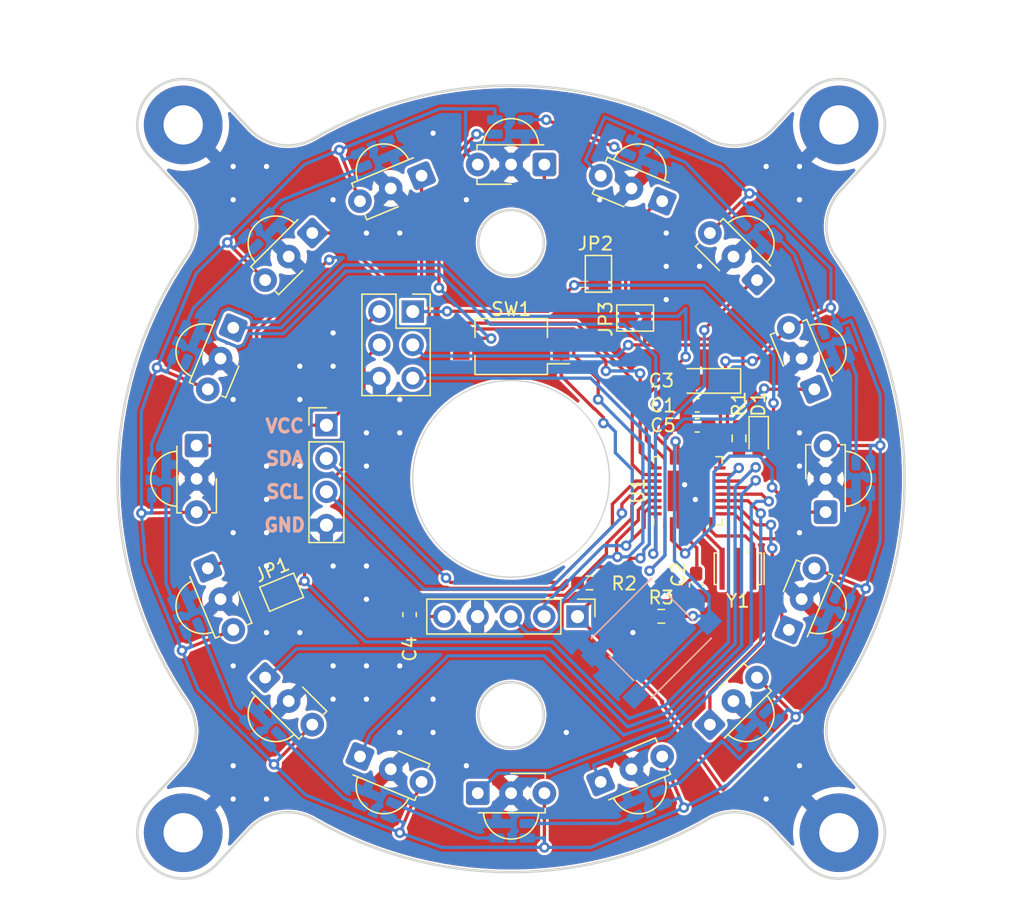
<source format=kicad_pcb>
(kicad_pcb (version 20211014) (generator pcbnew)
  (layers (0 "F.Cu" signal) (31 "B.Cu" signal) (34 "B.Paste" user) (35 "F.Paste" user) (36 "B.SilkS" user "B.Silkscreen") (37 "F.SilkS" user "F.Silkscreen") (38 "B.Mask" user) (39 "F.Mask" user) (44 "Edge.Cuts" user))
  (net 0 "")
  (net 1 "GND")
  (net 2 "+5V")
  (net 3 "RES")
  (net 4 "RST")
  (net 5 "Net-(D1-Pad2)")
  (net 6 "TX")
  (net 7 "RX")
  (net 8 "MISO")
  (net 9 "SCK")
  (net 10 "MOSI")
  (net 11 "SDA")
  (net 12 "SCL")
  (net 13 "D11")
  (net 14 "D0")
  (net 15 "D1")
  (net 16 "D3")
  (net 17 "D4")
  (net 18 "Net-(U1-Pad7)")
  (net 19 "Net-(U1-Pad8)")
  (net 20 "D5")
  (net 21 "D6")
  (net 22 "D7")
  (net 23 "D8")
  (net 24 "D9")
  (net 25 "D10")
  (net 26 "A6")
  (net 27 "A7")
  (net 28 "A0")
  (net 29 "A1")
  (net 30 "A2")
  (net 31 "A3")
  (net 32 "D2")
  (net 33 "Net-(C5-Pad2)")
  (net 34 "Net-(D2-Pad2)")
  (net 35 "Net-(D3-Pad2)")
  (net 36 "Net-(D4-Pad2)")
  (net 37 "Net-(D5-Pad2)")
  (net 38 "Net-(D6-Pad2)")
  (net 39 "Net-(D7-Pad2)")
  (net 40 "Net-(D8-Pad2)")
  (net 41 "Net-(D10-Pad4)")
  (net 42 "Net-(D10-Pad2)")
  (net 43 "Net-(D11-Pad2)")
  (net 44 "Net-(D12-Pad2)")
  (net 45 "Net-(D13-Pad2)")
  (net 46 "Net-(D14-Pad2)")
  (net 47 "Net-(D15-Pad2)")
  (net 48 "Net-(D16-Pad2)")
  (net 50 "D13")
  (net 51 "D12")
  (footprint "OptoDevice:Vishay_MINICAST-3Pin" (layer "F.Cu") (at 72.090369 155.602472 45)
    (fp_text reference "U8")
    (fp_text value "TSSP4038SS1XB")
  )
  (footprint "OptoDevice:Vishay_MINICAST-3Pin" (layer "F.Cu") (at 33.803352 143.680094 -67.5)
    (fp_text reference "U13")
    (fp_text value "TSSP4038SS1XB")
  )
  (footprint "OptoDevice:Vishay_MINICAST-3Pin" (layer "F.Cu") (at 32.95 134.31 -90)
    (fp_text reference "U14")
    (fp_text value "TSSP4038SS1XB")
  )
  (footprint "OptoDevice:Vishay_MINICAST-3Pin" (layer "F.Cu") (at 35.747385 125.326597 -112.5)
    (fp_text reference "U15")
    (fp_text value "TSSP4038SS1XB")
  )
  (footprint "TestPoint:TestPoint_Plated_Hole_D3.0mm" (layer "F.Cu") (at 81.93 109.85)
    (fp_text reference "TP3" hide)
    (fp_text value "TestPoint")
  )
  (footprint "Resistor_SMD:R_0603_1608Metric_Pad0.98x0.95mm_HandSolder" (layer "F.Cu") (at 74.31 133.76 90)
    (fp_text reference "R1")
    (fp_text value "330R")
  )
  (footprint "OptoDevice:Vishay_MINICAST-3Pin" (layer "F.Cu") (at 68.453403 115.667385 157.5)
    (fp_text reference "U3")
    (fp_text value "TSSP4038SS1XB")
  )
  (footprint "Connector_PinSocket_2.54mm:PinSocket_2x03_P2.54mm_Vertical" (layer "F.Cu") (at 49.43 124.09)
    (fp_text reference "J2" hide)
    (fp_text value "Conn_02x03_Odd_Even")
  )
  (footprint "Jumper:SolderJumper-2_P1.3mm_Open_TrianglePad1.0x1.5mm" (layer "F.Cu") (at 66.39 124.58)
    (fp_text reference "JP3")
    (fp_text value "SolderJumper_2_Open")
  )
  (footprint "TestPoint:TestPoint_Plated_Hole_D3.0mm" (layer "F.Cu") (at 81.93 163.85)
    (fp_text reference "TP2" hide)
    (fp_text value "TestPoint")
  )
  (footprint "Resistor_SMD:R_0603_1608Metric_Pad0.98x0.95mm_HandSolder" (layer "F.Cu") (at 62.91 144.79 180)
    (fp_text reference "R2")
    (fp_text value "10k")
  )
  (footprint "TestPoint:TestPoint_Plated_Hole_D3.0mm" (layer "F.Cu") (at 31.93 163.85)
    (fp_text reference "TP4" hide)
    (fp_text value "TestPoint")
  )
  (footprint "Capacitor_SMD:C_0603_1608Metric_Pad1.08x0.95mm_HandSolder" (layer "F.Cu") (at 49.19 147.21 -90)
    (fp_text reference "C4")
    (fp_text value "0.1uF")
  )
  (footprint "TestPoint:TestPoint_Plated_Hole_D3.0mm" (layer "F.Cu") (at 31.93 109.85)
    (fp_text reference "TP1" hide)
    (fp_text value "TestPoint")
  )
  (footprint "Resistor_SMD:R_0603_1608Metric_Pad0.98x0.95mm_HandSolder" (layer "F.Cu") (at 68.38 147.34)
    (fp_text reference "R3")
    (fp_text value "10k")
  )
  (footprint "OptoDevice:Vishay_MINICAST-3Pin" (layer "F.Cu") (at 59.47 112.87 180)
    (fp_text reference "U2")
    (fp_text value "TSSP4038SS1XB")
  )
  (footprint "Capacitor_SMD:C_0603_1608Metric_Pad1.08x0.95mm_HandSolder" (layer "F.Cu") (at 71.12 131.24)
    (fp_text reference "C1")
    (fp_text value "0.1uF")
  )
  (footprint "OptoDevice:Vishay_MINICAST-3Pin" (layer "F.Cu") (at 80.056648 130.019906 112.5)
    (fp_text reference "U5")
    (fp_text value "TSSP4038SS1XB")
  )
  (footprint "Capacitor_SMD:C_0603_1608Metric_Pad1.08x0.95mm_HandSolder" (layer "F.Cu") (at 71.04 144.95 90)
    (fp_text reference "C2")
    (fp_text value "0.1uF")
  )
  (footprint "Connector_PinHeader_2.54mm:PinHeader_1x04_P2.54mm_Vertical" (layer "F.Cu") (at 42.85 132.76)
    (fp_text reference "J3" hide)
    (fp_text value "I2c")
  )
  (footprint "OptoDevice:Vishay_MINICAST-3Pin" (layer "F.Cu") (at 41.769631 118.097528 -135)
    (fp_text reference "U16")
    (fp_text value "TSSP4038SS1XB")
  )
  (footprint "OptoDevice:Vishay_MINICAST-3Pin" (layer "F.Cu") (at 45.406597 158.032615 -22.5)
    (fp_text reference "U11")
    (fp_text value "TSSP4038SS1XB")
  )
  (footprint "OptoDevice:Vishay_MINICAST-3Pin" (layer "F.Cu") (at 38.177528 152.010369 -45)
    (fp_text reference "U12")
    (fp_text value "TSSP4038SS1XB")
  )
  (footprint "OptoDevice:Vishay_MINICAST-3Pin" (layer "F.Cu") (at 80.91 139.39 90)
    (fp_text reference "U6")
    (fp_text value "TSSP4038SS1XB")
  )
  (footprint "Connector_PinHeader_2.54mm:PinHeader_1x05_P2.54mm_Vertical" (layer "F.Cu") (at 61.995 147.36 -90)
    (fp_text reference "J1" hide)
    (fp_text value "Conn_01x05_Male")
  )
  (footprint "OptoDevice:Vishay_MINICAST-3Pin" (layer "F.Cu") (at 78.112615 148.373403 67.5)
    (fp_text reference "U7")
    (fp_text value "TSSP4038SS1XB")
  )
  (footprint "OptoDevice:Vishay_MINICAST-3Pin" (layer "F.Cu") (at 54.39 160.83)
    (fp_text reference "U10")
    (fp_text value "TSSP4038SS1XB")
  )
  (footprint "Button_Switch_SMD:SW_DIP_SPSTx02_Slide_KingTek_DSHP02TS_W7.62mm_P1.27mm" (layer "F.Cu") (at 56.94 126.76 180)
    (fp_text reference "SW1")
    (fp_text value "SW_DIP_x02")
  )
  (footprint "Jumper:SolderJumper-2_P1.3mm_Open_TrianglePad1.0x1.5mm" (layer "F.Cu") (at 39.43 145.5 22.5)
    (fp_text reference "JP1")
    (fp_text value "SolderJumper_2_Open")
  )
  (footprint "Capacitor_SMD:C_0603_1608Metric_Pad1.08x0.95mm_HandSolder" (layer "F.Cu") (at 71.12 132.77)
    (fp_text reference "C5")
    (fp_text value "0.1uF")
  )
  (footprint "Jumper:SolderJumper-2_P1.3mm_Open_TrianglePad1.0x1.5mm" (layer "F.Cu") (at 63.59 121.21 -90)
    (fp_text reference "JP2")
    (fp_text value "SolderJumper_2_Open")
  )
  (footprint "Package_DFN_QFN:QFN-32-1EP_5x5mm_P0.5mm_EP3.1x3.1mm" (layer "F.Cu") (at 70.41 137.77 90)
    (fp_text reference "U1")
    (fp_text value "ATmega328P-M")
  )
  (footprint "OptoDevice:Vishay_MINICAST-3Pin" (layer "F.Cu") (at 50.099906 113.723353 -157.5)
    (fp_text reference "U17")
    (fp_text value "TSSP4038SS1XB")
  )
  (footprint "OptoDevice:Vishay_MINICAST-3Pin" (layer "F.Cu") (at 63.760094 159.976648 22.5)
    (fp_text reference "U9")
    (fp_text value "TSSP4038SS1XB")
  )
  (footprint "LED_SMD:LED_0603_1608Metric_Pad1.05x0.95mm_HandSolder" (layer "F.Cu") (at 75.81 133.76 -90)
    (fp_text reference "D1")
    (fp_text value "LED")
  )
  (footprint "Capacitor_Tantalum_SMD:CP_EIA-3216-18_Kemet-A_Pad1.58x1.35mm_HandSolder" (layer "F.Cu") (at 71.95 129.38 180)
    (fp_text reference "C3")
    (fp_text value "47uF")
  )
  (footprint "OptoDevice:Vishay_MINICAST-3Pin" (layer "F.Cu") (at 75.682472 121.689631 135)
    (fp_text reference "U4")
    (fp_text value "TSSP4038SS1XB")
  )
  (footprint "Crystal:Resonator_SMD_Murata_CSTxExxV-3Pin_3.0x1.1mm_HandSoldering" (layer "F.Cu") (at 74.22 143.71 180)
    (fp_text reference "Y1")
    (fp_text value "Resonator")
  )
  (footprint "LED_SMD:WS2812" (layer "B.Cu") (at 83.73 136.814999 90)
    (fp_text reference "D6")
    (fp_text value "WS2812B")
  )
  (footprint "LED_SMD:WS2812" (layer "B.Cu") (at 56.964999 163.649998)
    (fp_text reference "D10")
    (fp_text value "WS2812B")
  )
  (footprint "LED_SMD:WS2812" (layer "B.Cu") (at 38.004287 155.825209 -45)
    (fp_text reference "D12")
    (fp_text value "WS2812B")
  )
  (footprint "LED_SMD:WS2812" (layer "B.Cu") (at 46.706421 161.623365 -22.5)
    (fp_text reference "D11")
    (fp_text value "WS2812B")
  )
  (footprint "LED_SMD:WS2812" (layer "B.Cu") (at 37.954791 117.924287 -135)
    (fp_text reference "D16")
    (fp_text value "WS2812B")
  )
  (footprint "LED_SMD:WS2812" (layer "B.Cu") (at 32.183423 147.138253 -67.5)
    (fp_text reference "D13")
    (fp_text value "WS2812B")
  )
  (footprint "LED_SMD:WS2812" (layer "B.Cu") (at 67.153581 112.076635 157.5)
    (fp_text reference "D3")
    (fp_text value "WS2812B")
  )
  (footprint "LED_SMD:WS2812" (layer "B.Cu") (at 81.703364 147.073581 67.5)
    (fp_text reference "D7")
    (fp_text value "WS2812B")
  )
  (footprint "LED_SMD:WS2812" (layer "B.Cu") (at 56.895 110.05 180)
    (fp_text reference "D2")
    (fp_text value "WS2812B")
  )
  (footprint "Button_Switch_SMD:SW_SPST_PTS645" (layer "B.Cu") (at 67.62 149.02 45)
    (fp_text reference "SW2" hide)
    (fp_text value "SW_SPST" hide)
  )
  (footprint "LED_SMD:WS2812" (layer "B.Cu") (at 67.21825 161.596577 22.5)
    (fp_text reference "D9")
    (fp_text value "WS2812B")
  )
  (footprint "LED_SMD:WS2812" (layer "B.Cu") (at 81.676577 126.561749 112.5)
    (fp_text reference "D5")
    (fp_text value "WS2812B")
  )
  (footprint "LED_SMD:WS2812" (layer "B.Cu") (at 75.855713 117.874789 135)
    (fp_text reference "D4")
    (fp_text value "WS2812B")
  )
  (footprint "LED_SMD:WS2812" (layer "B.Cu") (at 32.156635 126.626421 -112.5)
    (fp_text reference "D15")
    (fp_text value "WS2812B")
  )
  (footprint "LED_SMD:WS2812" (layer "B.Cu") (at 46.641747 112.103423 -157.5)
    (fp_text reference "D17")
    (fp_text value "WS2812B")
  )
  (footprint "LED_SMD:WS2812" (layer "B.Cu") (at 75.905211 155.775712 45)
    (fp_text reference "D8")
    (fp_text value "WS2812B")
  )
  (footprint "LED_SMD:WS2812" (layer "B.Cu") (at 30.130002 136.884999 -90)
    (fp_text reference "D14")
    (fp_text value "WS2812B")
  )
  (gr_arc (start 79.361838 107.472072) (mid 84.307928 107.281838) (end 84.498162 112.227928) (layer "Edge.Cuts") (width 0.2))
  (gr_circle (center 56.93 118.84) (end 59.43 118.84) (layer "Edge.Cuts") (width 0.2) (fill none))
  (gr_arc (start 81.665935 119.875504) (mid 86.93 136.85) (end 81.665935 153.824496) (layer "Edge.Cuts") (width 0.2))
  (gr_line (start 79.361838 107.472072) (end 76.892692 110.138749) (layer "Edge.Cuts") (width 0.2))
  (gr_circle (center 56.93 154.86) (end 54.43 154.86) (layer "Edge.Cuts") (width 0.2) (fill none))
  (gr_arc (start 34.498162 166.227928) (mid 29.552072 166.418162) (end 29.361838 161.472072) (layer "Edge.Cuts") (width 0.2))
  (gr_arc (start 71.954397 162.816661) (mid 74.554023 162.323591) (end 76.892692 163.561251) (layer "Edge.Cuts") (width 0.2))
  (gr_line (start 31.830983 158.805395) (end 29.361838 161.472072) (layer "Edge.Cuts") (width 0.2))
  (gr_arc (start 82.029017 158.805395) (mid 80.974645 156.37857) (end 81.665935 153.824496) (layer "Edge.Cuts") (width 0.2))
  (gr_arc (start 84.498162 161.472072) (mid 84.307928 166.418162) (end 79.361838 166.227928) (layer "Edge.Cuts") (width 0.2))
  (gr_line (start 84.498162 161.472072) (end 82.029017 158.805395) (layer "Edge.Cuts") (width 0.2))
  (gr_arc (start 76.892692 110.138749) (mid 74.554023 111.376409) (end 71.954397 110.883339) (layer "Edge.Cuts") (width 0.2))
  (gr_line (start 34.498162 166.227928) (end 36.967308 163.561251) (layer "Edge.Cuts") (width 0.2))
  (gr_line (start 36.967308 110.138749) (end 34.498162 107.472072) (layer "Edge.Cuts") (width 0.2))
  (gr_arc (start 29.361838 112.227928) (mid 29.552072 107.281838) (end 34.498162 107.472072) (layer "Edge.Cuts") (width 0.2))
  (gr_circle (center 56.93 136.85) (end 56.93 129.35) (layer "Edge.Cuts") (width 0.1) (fill none))
  (gr_arc (start 31.830983 114.894605) (mid 32.885355 117.32143) (end 32.194065 119.875504) (layer "Edge.Cuts") (width 0.2))
  (gr_arc (start 32.194065 153.824496) (mid 32.885355 156.37857) (end 31.830983 158.805395) (layer "Edge.Cuts") (width 0.2))
  (gr_arc (start 36.967308 163.561251) (mid 39.305977 162.323591) (end 41.905603 162.816661) (layer "Edge.Cuts") (width 0.2))
  (gr_arc (start 71.954397 162.816661) (mid 56.93 166.85) (end 41.905603 162.816661) (layer "Edge.Cuts") (width 0.2))
  (gr_arc (start 41.905603 110.883339) (mid 56.93 106.85) (end 71.954397 110.883339) (layer "Edge.Cuts") (width 0.2))
  (gr_line (start 76.892692 163.561251) (end 79.361838 166.227928) (layer "Edge.Cuts") (width 0.2))
  (gr_arc (start 32.194065 153.824496) (mid 26.93 136.85) (end 32.194065 119.875504) (layer "Edge.Cuts") (width 0.2))
  (gr_line (start 29.361838 112.227928) (end 31.830983 114.894605) (layer "Edge.Cuts") (width 0.2))
  (gr_arc (start 81.665935 119.875504) (mid 80.974645 117.32143) (end 82.029017 114.894605) (layer "Edge.Cuts") (width 0.2))
  (gr_line (start 82.029017 114.894605) (end 84.498162 112.227928) (layer "Edge.Cuts") (width 0.2))
  (gr_arc (start 41.905603 110.883339) (mid 39.305977 111.376409) (end 36.967308 110.138749) (layer "Edge.Cuts") (width 0.2))
  (gr_text "SDA" (at 39.67 135.31) (layer "B.SilkS") (effects (font (size 1 1) (thickness 0.25))))
  (gr_text "VCC" (at 39.67 132.82) (layer "B.SilkS") (effects (font (size 1 1) (thickness 0.25))))
  (gr_text "SCL" (at 39.67 137.84) (layer "B.SilkS") (effects (font (size 1 1) (thickness 0.25))))
  (gr_text "GND" (at 39.67 140.38) (layer "B.SilkS") (effects (font (size 1 1) (thickness 0.25))))
  (segment (start 70.66 140.2075) (end 70.66 138.0395) (width 0.25) (layer "F.Cu") (net 1))
  (segment (start 69.66 140.2075) (end 69.66 138.52) (width 0.25) (layer "F.Cu") (net 1))
  (segment (start 70.16 137.3) (end 70.16 137.52) (width 0.25) (layer "F.Cu") (net 1))
  (segment (start 70.16 135.3325) (end 70.194501 135.297999) (width 0.25) (layer "F.Cu") (net 1))
  (segment (start 69.66 138.52) (end 70.41 137.77) (width 0.25) (layer "F.Cu") (net 1))
  (segment (start 70.16 135.3325) (end 70.16 137.3) (width 0.25) (layer "F.Cu") (net 1))
  (segment (start 70.16 137.52) (end 70.41 137.77) (width 0.25) (layer "F.Cu") (net 1))
  (segment (start 70.194501 132.832999) (end 70.2575 132.77) (width 0.25) (layer "F.Cu") (net 1))
  (segment (start 70.415 137.775) (end 70.9245 137.775) (width 0.25) (layer "F.Cu") (net 1))
  (segment (start 70.66 138.0395) (end 70.9245 137.775) (width 0.25) (layer "F.Cu") (net 1))
  (segment (start 70.41 137.77) (end 70.415 137.775) (width 0.25) (layer "F.Cu") (net 1))
  (segment (start 70.194501 135.297999) (end 70.194501 132.832999) (width 0.25) (layer "F.Cu") (net 1))
  (via (at 50.98 156.2) (size 0.8) (drill 0.4) (layers "F.Cu" "B.Cu") (net 1))
  (via (at 76.38 113.02) (size 0.8) (drill 0.4) (layers "F.Cu" "B.Cu") (net 1))
  (via (at 35.74 113.02) (size 0.8) (drill 0.4) (layers "F.Cu" "B.Cu") (net 1))
  (via (at 43.36 143.5) (size 0.8) (drill 0.4) (layers "F.Cu" "B.Cu") (net 1))
  (via (at 78.92 115.56) (size 0.8) (drill 0.4) (layers "F.Cu" "B.Cu") (net 1))
  (via (at 45.9 153.66) (size 0.8) (drill 0.4) (layers "F.Cu" "B.Cu") (net 1))
  (via (at 45.9 133.34) (size 0.8) (drill 0.4) (layers "F.Cu" "B.Cu") (net 1))
  (via (at 43.36 153.66) (size 0.8) (drill 0.4) (layers "F.Cu" "B.Cu") (net 1))
  (via (at 40.82 148.58) (size 0.8) (drill 0.4) (layers "F.Cu" "B.Cu") (net 1))
  (via (at 78.92 113.02) (size 0.8) (drill 0.4) (layers "F.Cu" "B.Cu") (net 1))
  (via (at 40.82 128.26) (size 0.8) (drill 0.4) (layers "F.Cu" "B.Cu") (net 1))
  (via (at 40.82 135.88) (size 0.8) (drill 0.4) (layers "F.Cu" "B.Cu") (net 1))
  (via (at 35.74 140.96) (size 0.8) (drill 0.4) (layers "F.Cu" "B.Cu") (net 1))
  (via (at 70.16 137.3) (size 0.8) (drill 0.4) (layers "F.Cu" "B.Cu") (net 1))
  (via (at 43.36 128.26) (size 0.8) (drill 0.4) (layers "F.Cu" "B.Cu") (net 1))
  (via (at 38.28 161.28) (size 0.8) (drill 0.4) (layers "F.Cu" "B.Cu") (net 1))
  (via (at 45.9 143.5) (size 0.8) (drill 0.4) (layers "F.Cu" "B.Cu") (net 1))
  (via (at 45.9 151.12) (size 0.8) (drill 0.4) (layers "F.Cu" "B.Cu") (net 1))
  (via (at 35.74 130.8) (size 0.8) (drill 0.4) (layers "F.Cu" "B.Cu") (net 1))
  (via (at 78.92 135.88) (size 0.8) (drill 0.4) (layers "F.Cu" "B.Cu") (net 1))
  (via (at 38.28 113.02) (size 0.8) (drill 0.4) (layers "F.Cu" "B.Cu") (net 1))
  (via (at 35.74 115.56) (size 0.8) (drill 0.4) (layers "F.Cu" "B.Cu") (net 1))
  (via (at 48.44 151.12) (size 0.8) (drill 0.4) (layers "F.Cu" "B.Cu") (net 1))
  (via (at 78.92 133.34) (size 0.8) (drill 0.4) (layers "F.Cu" "B.Cu") (net 1))
  (via (at 35.74 151.12) (size 0.8) (drill 0.4) (layers "F.Cu" "B.Cu") (net 1))
  (via (at 68.76 123.18) (size 0.8) (drill 0.4) (layers "F.Cu" "B.Cu") (net 1))
  (via (at 48.44 118.1) (size 0.8) (drill 0.4) (layers "F.Cu" "B.Cu") (net 1))
  (via (at 43.36 151.12) (size 0.8) (drill 0.4) (layers "F.Cu" "B.Cu") (net 1))
  (via (at 45.9 118.1) (size 0.8) (drill 0.4) (layers "F.Cu" "B.Cu") (net 1))
  (via (at 68.76 118.1) (size 0.8) (drill 0.4) (layers "F.Cu" "B.Cu") (net 1))
  (via (at 43.36 115.56) (size 0.8) (drill 0.4) (layers "F.Cu" "B.Cu") (net 1))
  (via (at 53.52 115.56) (size 0.8) (drill 0.4) (layers "F.Cu" "B.Cu") (net 1))
  (via (at 48.44 156.2) (size 0.8) (drill 0.4) (layers "F.Cu" "B.Cu") (net 1))
  (via (at 66.22 148.58) (size 0.8) (drill 0.4) (layers "F.Cu" "B.Cu") (net 1))
  (via (at 38.28 148.58) (size 0.8) (drill 0.4) (layers "F.Cu" "B.Cu") (net 1))
  (via (at 50.98 153.66) (size 0.8) (drill 0.4) (layers "F.Cu" "B.Cu") (net 1))
  (via (at 78.92 140.96) (size 0.8) (drill 0.4) (layers "F.Cu" "B.Cu") (net 1))
  (via (at 78.92 158.74) (size 0.8) (drill 0.4) (layers "F.Cu" "B.Cu") (net 1))
  (via (at 70.98 138.43) (size 0.8) (drill 0.4) (layers "F.Cu" "B.Cu") (net 1))
  (via (at 61.14 156.2) (size 0.8) (drill 0.4) (layers "F.Cu" "B.Cu") (net 1))
  (via (at 35.74 158.74) (size 0.8) (drill 0.4) (layers "F.Cu" "B.Cu") (net 1))
  (via (at 68.76 120.64) (size 0.8) (drill 0.4) (layers "F.Cu" "B.Cu") (net 1))
  (via (at 50.98 110.48) (size 0.8) (drill 0.4) (layers "F.Cu" "B.Cu") (net 1))
  (via (at 53.52 158.74) (size 0.8) (drill 0.4) (layers "F.Cu" "B.Cu") (net 1))
  (via (at 38.28 143.5) (size 0.8) (drill 0.4) (layers "F.Cu" "B.Cu") (net 1))
  (via (at 38.28 138.42) (size 0.8) (drill 0.4) (layers "F.Cu" "B.Cu") (net 1))
  (via (at 35.74 161.28) (size 0.8) (drill 0.4) (layers "F.Cu" "B.Cu") (net 1))
  (via (at 45.9 146.04) (size 0.8) (drill 0.4) (layers "F.Cu" "B.Cu") (net 1))
  (via (at 48.44 133.34) (size 0.8) (drill 0.4) (layers "F.Cu" "B.Cu") (net 1))
  (via (at 38.28 135.88) (size 0.8) (drill 0.4) (layers "F.Cu" "B.Cu") (net 1))
  (via (at 45.9 135.88) (size 0.8) (drill 0.4) (layers "F.Cu" "B.Cu") (net 1))
  (via (at 48.44 130.8) (size 0.8) (drill 0.4) (layers "F.Cu" "B.Cu") (net 1))
  (via (at 40.82 130.8) (size 0.8) (drill 0.4) (layers "F.Cu" "B.Cu") (net 1))
  (via (at 76.38 161.28) (size 0.8) (drill 0.4) (layers "F.Cu" "B.Cu") (net 1))
  (via (at 63.68 115.56) (size 0.8) (drill 0.4) (layers "F.Cu" "B.Cu") (net 1))
  (via (at 43.36 125.72) (size 0.8) (drill 0.4) (layers "F.Cu" "B.Cu") (net 1))
  (via (at 38.28 140.96) (size 0.8) (drill 0.4) (layers "F.Cu" "B.Cu") (net 1))
  (via (at 71.3 120.64) (size 0.8) (drill 0.4) (layers "F.Cu" "B.Cu") (net 1))
  (segment (start 68.9675 146.16) (end 71.04 144.0875) (width 0.25) (layer "F.Cu") (net 2))
  (segment (start 78.112616 125.326598) (end 75.569214 127.87) (width 0.25) (layer "F.Cu") (net 2))
  (segment (start 72.89 131.56) (end 72.57 131.24) (width 0.25) (layer "F.Cu") (net 2))
  (segment (start 38.851423 158.635445) (end 41.76963 155.602471) (width 0.25) (layer "F.Cu") (net 2))
  (segment (start 45.035 130.575) (end 42.85 132.76) (width 0.25) (layer "F.Cu") (net 2))
  (segment (start 38.177529 121.68963) (end 35.307899 118.82) (width 0.25) (layer "F.Cu") (net 2))
  (segment (start 73.08 160.57) (end 68.478947 154.011053) (width 0.25) (layer "F.Cu") (net 2))
  (segment (start 78.629132 154.957031) (end 78.629132 155.019132) (width 0.25) (layer "F.Cu") (net 2))
  (segment (start 32.95 139.39) (end 34.36 139.39) (width 0.25) (layer "F.Cu") (net 2))
  (segment (start 61.995 147.36) (end 61.995 147.235) (width 0.25) (layer "F.Cu") (net 2))
  (segment (start 63.8225 146.1325) (end 63.85 146.16) (width 0.25) (layer "F.Cu") (net 2))
  (segment (start 28.74188 139.471152) (end 32.95 139.39) (width 0.25) (layer "F.Cu") (net 2))
  (segment (start 71.16 140.2075) (end 71.16 140.98) (width 0.25) (layer "F.Cu") (net 2))
  (segment (start 37.93 134.8) (end 39.97 132.76) (width 0.25) (layer "F.Cu") (net 2))
  (segment (start 72.89 133.29) (end 72.89 131.56) (width 0.25) (layer "F.Cu") (net 2))
  (segment (start 35.747384 148.373402) (end 31.840013 149.944358) (width 0.25) (layer "F.Cu") (net 2))
  (segment (start 78.629132 155.019132) (end 73.08 160.57) (width 0.25) (layer "F.Cu") (net 2))
  (segment (start 29.92959 128.36781) (end 33.803353 130.019905) (width 0.25) (layer "F.Cu") (net 2))
  (segment (start 71.9825 131.24) (end 71.9825 130.785) (width 0.25) (layer "F.Cu") (net 2))
  (segment (start 34.36 139.39) (end 35.77 137.98) (width 0.25) (layer "F.Cu") (net 2))
  (segment (start 45.035 125.945) (end 46.89 124.09) (width 0.25) (layer "F.Cu") (net 2))
  (segment (start 75.682471 152.01037) (end 78.629132 154.957031) (width 0.25) (layer "F.Cu") (net 2))
  (segment (start 50.099905 159.976647) (end 48.44781 163.85041) (width 0.25) (layer "F.Cu") (net 2))
  (segment (start 59.47 160.83) (end 59.47 164.97) (width 0.25) (layer "F.Cu") (net 2))
  (segment (start 67.4675 146.1675) (end 67.46 146.16) (width 0.25) (layer "F.Cu") (net 2))
  (segment (start 71.16 140.98) (end 70.95 141.19) (width 0.25) (layer "F.Cu") (net 2))
  (segment (start 67.4675 147.34) (end 67.4675 146.1675) (width 0.25) (layer "F.Cu") (net 2))
  (segment (start 63.85 146.16) (end 67.46 146.16) (width 0.25) (layer "F.Cu") (net 2))
  (segment (start 71.0925 142.1225) (end 71.0925 144.035) (width 0.25) (layer "F.Cu") (net 2))
  (segment (start 63.8225 144.79) (end 63.8225 146.1325) (width 0.25) (layer "F.Cu") (net 2))
  (segment (start 78.112616 125.326598) (end 81.31 123.79) (width 0.25) (layer "F.Cu") (net 2))
  (segment (start 72.09037 118.097529) (end 75.11 115.08) (width 0.25) (layer "F.Cu") (net 2))
  (segment (start 67.46 146.16) (end 68.9675 146.16) (width 0.25) (layer "F.Cu") (net 2))
  (segment (start 70.16 141.19) (end 71.0925 142.1225) (width 0.25) (layer "F.Cu") (net 2))
  (segment (start 80.056647 143.680095) (end 83.975499 145.215499) (width 0.25) (layer "F.Cu") (net 2))
  (segment (start 73.3875 129.38) (end 73.28 129.2725) (width 0.25) (layer "F.Cu") (net 2))
  (segment (start 71.0925 144.035) (end 71.04 144.0875) (width 0.25) (layer "F.Cu") (net 2))
  (segment (start 68.478947 154.011053) (end 68.478947 153.843947) (width 0.25) (layer "F.Cu") (net 2))
  (segment (start 68.453402 158.032616) (end 70.100708 161.930708) (width 0.25) (layer "F.Cu") (net 2))
  (segment (start 35.77 135.48) (end 36.45 134.8) (width 0.25) (layer "F.Cu") (net 2))
  (segment (start 73.28 129.2725) (end 73.28 127.87) (width 0.25) (layer "F.Cu") (net 2))
  (segment (start 71.66 135.3325) (end 71.66 134.52) (width 0.25) (layer "F.Cu") (net 2))
  (segment (start 71.9825 130.785) (end 73.3875 129.38) (width 0.25) (layer "F.Cu") (net 2))
  (segment (start 68.478947 153.843947) (end 61.995 147.36) (width 0.25) (layer "F.Cu") (net 2))
  (segment (start 39.97 132.76) (end 42.85 132.76) (width 0.25) (layer "F.Cu") (net 2))
  (segment (start 70.16 140.2075) (end 70.16 141.19) (width 0.25) (layer "F.Cu") (net 2))
  (segment (start 43.8 111.73) (end 45.406598 115.667384) (width 0.25) (layer "F.Cu") (net 2))
  (segment (start 63.07 146.16) (end 63.85 146.16) (width 0.25) (layer "F.Cu") (net 2))
  (segment (start 71.66 134.52) (end 72.89 133.29) (width 0.25) (layer "F.Cu") (net 2))
  (segment (start 35.307899 118.82) (end 35.3 118.82) (width 0.25) (layer "F.Cu") (net 2))
  (segment (start 75.569214 127.87) (end 75.3345 127.87) (width 0.25) (layer "F.Cu") (net 2))
  (segment (start 80.91 134.31) (end 85.08 134.31) (width 0.25) (layer "F.Cu") (net 2))
  (segment (start 72.57 131.24) (end 71.9825 131.24) (width 0.25) (layer "F.Cu") (net 2))
  (segment (start 70.95 141.19) (end 70.16 141.19) (width 0.25) (layer "F.Cu") (net 2))
  (segment (start 68.478947 154.011053) (end 68.38 153.87) (width 0.25) (layer "F.Cu") (net 2))
  (segment (start 36.45 134.8) (end 37.93 134.8) (width 0.25) (layer "F.Cu") (net 2))
  (segment (start 45.035 130.575) (end 45.035 125.945) (width 0.25) (layer "F.Cu") (net 2))
  (segment (start 61.995 147.235) (end 63.07 146.16) (width 0.25) (layer "F.Cu") (net 2))
  (segment (start 35.77 137.98) (end 35.77 135.48) (width 0.25) (layer "F.Cu") (net 2))
  (via (at 85.08 134.31) (size 0.8) (drill 0.4) (layers "F.Cu" "B.Cu") (net 2))
  (via (at 48.44781 163.85041) (size 0.8) (drill 0.4) (layers "F.Cu" "B.Cu") (net 2))
  (via (at 73.28 127.87) (size 0.8) (drill 0.4) (layers "F.Cu" "B.Cu") (net 2))
  (via (at 78.629132 155.019132) (size 0.8) (drill 0.4) (layers "F.Cu" "B.Cu") (net 2))
  (via (at 43.835641 111.760013) (size 0.8) (drill 0.4) (layers "F.Cu" "B.Cu") (net 2))
  (via (at 70.100708 161.930708) (size 0.8) (drill 0.4) (layers "F.Cu" "B.Cu") (net 2))
  (via (at 38.851423 158.635445) (size 0.8) (drill 0.4) (layers "F.Cu" "B.Cu") (net 2))
  (via (at 83.975499 145.215499) (size 0.8) (drill 0.4) (layers "F.Cu" "B.Cu") (net 2))
  (via (at 31.840013 149.944358) (size 0.8) (drill 0.4) (layers "F.Cu" "B.Cu") (net 2))
  (via (at 75.11 115.08) (size 0.8) (drill 0.4) (layers "F.Cu" "B.Cu") (net 2))
  (via (at 75.3345 127.87) (size 0.8) (drill 0.4) (layers "F.Cu" "B.Cu") (net 2))
  (via (at 35.3 118.82) (size 0.8) (drill 0.4) (layers "F.Cu" "B.Cu") (net 2))
  (via (at 28.74188 139.471152) (size 0.8) (drill 0.4) (layers "F.Cu" "B.Cu") (net 2))
  (via (at 59.47 164.97) (size 0.8) (drill 0.4) (layers "F.Cu" "B.Cu") (net 2))
  (via (at 29.92959 128.36781) (size 0.8) (drill 0.4) (layers "F.Cu" "B.Cu") (net 2))
  (via (at 81.31 123.79) (size 0.8) (drill 0.4) (layers "F.Cu" "B.Cu") (net 2))
  (segment (start 35.29 118.786635) (end 35.29 118.82) (width 0.25) (layer "B.Cu") (net 2))
  (segment (start 30.670027 128.72043) (end 29.952552 128.423242) (width 0.25) (layer "B.Cu") (net 2))
  (segment (start 69.78 161.17) (end 70.100708 161.930708) (width 0.25) (layer "B.Cu") (net 2))
  (segment (start 62.598371 112.561629) (end 64.07 109.25) (width 0.25) (layer "B.Cu") (net 2))
  (segment (start 59.47 164.97) (end 63.01 164.97) (width 0.25) (layer "B.Cu") (net 2))
  (segment (start 85.08 130.45) (end 85.08 134.31) (width 0.25) (layer "B.Cu") (net 2))
  (segment (start 33.06 152.9) (end 38.851423 158.635445) (width 0.25) (layer "B.Cu") (net 2))
  (segment (start 78.629132 155.019132) (end 80.85 152.78) (width 0.25) (layer "B.Cu") (net 2))
  (segment (start 53.46 108.64) (end 53.46 111.94) (width 0.25) (layer "B.Cu") (net 2))
  (segment (start 59.469998 164.249998) (end 59.47 164.25) (width 0.25) (layer "B.Cu") (net 2))
  (segment (start 77.178003 155.311997) (end 78.08 154.41) (width 0.25) (layer "B.Cu") (net 2))
  (segment (start 55.695 108.63) (end 53.47 108.63) (width 0.25) (layer "B.Cu") (net 2))
  (segment (start 68.79 111.29) (end 72.97 113.05) (width 0.25) (layer "B.Cu") (net 2))
  (segment (start 83.975499 145.215499) (end 85.079999 141.591973) (width 0.25) (layer "B.Cu") (net 2))
  (segment (start 68.556515 161.691685) (end 69.78 161.17) (width 0.25) (layer "B.Cu") (net 2))
  (segment (start 55.695 109.45) (end 55.695 108.63) (width 0.25) (layer "B.Cu") (net 2))
  (segment (start 84.33 134.31) (end 85.08 134.31) (width 0.25) (layer "B.Cu") (net 2))
  (segment (start 84.33 135.614999) (end 84.33 134.31) (width 0.25) (layer "B.Cu") (net 2))
  (segment (start 75 115.08) (end 75.11 115.08) (width 0.25) (layer "B.Cu") (net 2))
  (segment (start 63.01 164.97) (end 70.100708 161.930708) (width 0.25) (layer "B.Cu") (net 2))
  (segment (start 81.31 120.81) (end 75.58 115.08) (width 0.25) (layer "B.Cu") (net 2))
  (segment (start 53.46 111.94) (end 54.39 112.87) (width 0.25) (layer "B.Cu") (net 2))
  (segment (start 38.851423 158.635445) (end 41.277008 160.975216) (width 0.25) (layer "B.Cu") (net 2))
  (segment (start 64.07 109.25) (end 68.79 111.29) (width 0.25) (layer "B.Cu") (net 2))
  (segment (start 32.57 149.65) (end 31.840013 149.944358) (width 0.25) (layer "B.Cu") (net 2))
  (segment (start 59.47 164.25) (end 59.47 164.97) (width 0.25) (layer "B.Cu") (net 2))
  (segment (start 81.771685 125.223484) (end 81.31 123.79) (width 0.25) (layer "B.Cu") (net 2))
  (segment (start 35.755274 119.275274) (end 35.3 118.82) (width 0.25) (layer "B.Cu") (net 2))
  (segment (start 85.079999 141.591973) (end 85.08 134.31) (width 0.25) (layer "B.Cu") (net 2))
  (segment (start 74.54 115.710548) (end 74.54 115.65) (width 0.25) (layer "B.Cu") (net 2))
  (segment (start 80.85 152.78) (end 83.98 145.21) (width 0.25) (layer "B.Cu") (net 2))
  (segment (start 53.47 108.63) (end 53.46 108.64) (width 0.25) (layer "B.Cu") (net 2))
  (segment (start 41.16 112.87) (end 35.29 118.786635) (width 0.25) (layer "B.Cu") (net 2))
  (segment (start 43.835641 111.760013) (end 51.5 108.61) (width 0.25) (layer "B.Cu") (net 2))
  (segment (start 28.74188 139.471152) (end 28.73 131.73) (width 0.25) (layer "B.Cu") (net 2))
  (segment (start 31.158185 127.541915) (end 30.670027 128.72043) (width 0.25) (layer "B.Cu") (net 2))
  (segment (start 38.428551 157.098001) (end 39.396653 158.065188) (width 0.25) (layer "B.Cu") (net 2))
  (segment (start 29.530648 139.453454) (end 28.74188 139.471152) (width 0.25) (layer "B.Cu") (net 2))
  (segment (start 75.431449 116.601997) (end 74.54 115.710548) (width 0.25) (layer "B.Cu") (net 2))
  (segment (start 28.73 131.73) (end 29.92959 128.36781) (width 0.25) (layer "B.Cu") (net 2))
  (segment (start 82.85 124.77) (end 85.08 130.45) (width 0.25) (layer "B.Cu") (net 2))
  (segment (start 81.771685 125.223484) (end 82.85 124.77) (width 0.25) (layer "B.Cu") (net 2))
  (segment (start 32.124764 148.491615) (end 32.57 149.65) (width 0.25) (layer "B.Cu") (net 2))
  (segment (start 74.54 115.65) (end 75.11 115.08) (width 0.25) (layer "B.Cu") (net 2))
  (segment (start 70.100708 161.930708) (end 73.48 160.17) (width 0.25) (layer "B.Cu") (net 2))
  (segment (start 45.288384 112.044764) (end 44.109869 112.53292) (width 0.25) (layer "B.Cu") (net 2))
  (segment (start 78.629132 155.020868) (end 78.629132 155.019132) (width 0.25) (layer "B.Cu") (net 2))
  (segment (start 73.48 160.17) (end 78.629132 155.020868) (width 0.25) (layer "B.Cu") (net 2))
  (segment (start 51.5 108.61) (end 53.47 108.63) (width 0.25) (layer "B.Cu") (net 2))
  (segment (start 44.109869 112.53292) (end 43.812681 111.815445) (width 0.25) (layer "B.Cu") (net 2))
  (segment (start 66.274536 111.063087) (end 66.58 110.34) (width 0.25) (layer "B.Cu") (net 2))
  (segment (start 35.3 118.82) (end 32.93 121.16) (width 0.25) (layer "B.Cu") (net 2))
  (segment (start 78.08 154.41) (end 78.629132 154.959132) (width 0.25) (layer "B.Cu") (net 2))
  (segment (start 77.178003 155.351448) (end 77.178003 155.311997) (width 0.25) (layer "B.Cu") (net 2))
  (segment (start 31.840013 149.944358) (end 33.06 152.9) (width 0.25) (layer "B.Cu") (net 2))
  (segment (start 39.396653 158.065188) (end 38.851423 158.635445) (width 0.25) (layer "B.Cu") (net 2))
  (segment (start 47.621915 162.621815) (end 48.77 163.1) (width 0.25) (layer "B.Cu") (net 2))
  (segment (start 43.835641 111.760013) (end 41.16 112.87) (width 0.25) (layer "B.Cu") (net 2))
  (segment (start 36.681999 118.34855) (end 35.755274 119.275274) (width 0.25) (layer "B.Cu") (net 2))
  (segment (start 73.28 127.87) (end 75.3345 127.87) (width 0.25) (layer "B.Cu") (net 2))
  (segment (start 51.68 164.97) (end 59.46 164.96) (width 0.25) (layer "B.Cu") (net 2))
  (segment (start 41.277008 160.975216) (end 48.44 163.84) (width 0.25) (layer "B.Cu") (net 2))
  (segment (start 82.716912 146.194536) (end 83.24 144.93) (width 0.25) (layer "B.Cu") (net 2))
  (segment (start 81.31 123.79) (end 81.31 120.81) (width 0.25) (layer "B.Cu") (net 2))
  (segment (start 58.164999 164.249998) (end 59.469998 164.249998) (width 0.25) (layer "B.Cu") (net 2))
  (segment (start 29.053309 143.212335) (end 31.840013 149.944358) (width 0.25) (layer "B.Cu") (net 2))
  (segment (start 59.46 164.96) (end 59.47 164.97) (width 0.25) (layer "B.Cu") (net 2))
  (segment (start 72.97 113.05) (end 75 115.08) (width 0.25) (layer "B.Cu") (net 2))
  (segment (start 78.629132 154.959132) (end 78.629132 155.019132) (width 0.25) (layer "B.Cu") (net 2))
  (segment (start 75.58 115.08) (end 75.11 115.08) (width 0.25) (layer "B.Cu") (net 2))
  (segment (start 48.44781 163.85041) (end 48.44781 163.85781) (width 0.25) (layer "B.Cu") (net 2))
  (segment (start 28.74188 139.471152) (end 29.053309 143.212335) (width 0.25) (layer "B.Cu") (net 2))
  (segment (start 48.77 163.1) (end 48.44781 163.85041) (width 0.25) (layer "B.Cu") (net 2))
  (segment (start 29.530001 138.084998) (end 29.530648 139.453454) (width 0.25) (layer "B.Cu") (net 2))
  (segment (start 48.44781 163.85781) (end 51.68 164.97) (width 0.25) (layer "B.Cu") (net 2))
  (segment (start 63.760095 113.723353) (end 62.598371 112.561629) (width 0.25) (layer "B.Cu") (net 2))
  (segment (start 83.24 144.93) (end 83.975499 145.215499) (width 0.25) (layer "B.Cu") (net 2))
  (segment (start 32.93 121.16) (end 29.92959 128.36781) (width 0.25) (layer "B.Cu") (net 2))
  (segment (start 65.42 143.57) (end 66.08 142.91) (width 0.25) (layer "F.Cu") (net 3))
  (segment (start 66.08 142.91) (end 66.79 142.91) (width 0.25) (layer "F.Cu") (net 3))
  (segment (start 67.9725 138.02) (end 67 138.02) (width 0.25) (layer "F.Cu") (net 3))
  (segment (start 64.2 142.5875) (end 63.2175 143.57) (width 0.25) (layer "F.Cu") (net 3))
  (segment (start 49.19 146.1) (end 49.56 145.73) (width 0.25) (layer "F.Cu") (net 3))
  (segment (start 64.2 141.790498) (end 64.2 142.5875) (width 0.25) (layer "F.Cu") (net 3))
  (segment (start 49.19 146.3475) (end 49.19 146.1) (width 0.25) (layer "F.Cu") (net 3))
  (segment (start 66.134501 139.855997) (end 64.2 141.790498) (width 0.25) (layer "F.Cu") (net 3))
  (segment (start 61.0575 145.73) (end 61.9975 144.79) (width 0.25) (layer "F.Cu") (net 3))
  (segment (start 67 138.02) (end 66.134501 138.885499) (width 0.25) (layer "F.Cu") (net 3))
  (segment (start 49.56 145.73) (end 61.0575 145.73) (width 0.25) (layer "F.Cu") (net 3))
  (segment (start 63.2175 143.57) (end 65.42 143.57) (width 0.25) (layer "F.Cu") (net 3))
  (segment (start 61.9975 144.79) (end 63.2175 143.57) (width 0.25) (layer "F.Cu") (net 3))
  (segment (start 66.134501 138.885499) (end 66.134501 139.855997) (width 0.25) (layer "F.Cu") (net 3))
  (via (at 66.79 142.91) (size 0.8) (drill 0.4) (layers "F.Cu" "B.Cu") (net 3))
  (segment (start 67.47 141.840802) (end 67.04595 142.264852) (width 0.25) (layer "B.Cu") (net 3))
  (segment (start 63 129.17) (end 67.47 133.64) (width 0.25) (layer "B.Cu") (net 3))
  (segment (start 67.47 133.64) (end 67.47 141.840802) (width 0.25) (layer "B.Cu") (net 3))
  (segment (start 49.43 129.17) (end 63 129.17) (width 0.25) (layer "B.Cu") (net 3))
  (segment (start 67.04595 142.65405) (end 66.79 142.91) (width 0.25) (layer "B.Cu") (net 3))
  (segment (start 67.04595 142.264852) (end 67.04595 142.65405) (width 0.25) (layer "B.Cu") (net 3))
  (segment (start 49.9025 147.36) (end 51.835 147.36) (width 0.25) (layer "F.Cu") (net 4))
  (segment (start 49.19 148.0725) (end 49.9025 147.36) (width 0.25) (layer "F.Cu") (net 4))
  (segment (start 75.7725 134.6725) (end 75.81 134.635) (width 0.25) (layer "F.Cu") (net 5))
  (segment (start 74.31 134.6725) (end 75.7725 134.6725) (width 0.25) (layer "F.Cu") (net 5))
  (segment (start 67.080489 140.570313) (end 65.697832 141.95297) (width 0.25) (layer "F.Cu") (net 6))
  (segment (start 63.314501 131.514501) (end 63.97 132.17) (width 0.25) (layer "F.Cu") (net 6))
  (segment (start 67.080489 139.427183) (end 67.080489 140.570313) (width 0.25) (layer "F.Cu") (net 6))
  (segment (start 63.269901 131.514501) (end 63.314501 131.514501) (width 0.25) (layer "F.Cu") (net 6))
  (segment (start 60.75 127.395) (end 60.75 128.9946) (width 0.25) (layer "F.Cu") (net 6))
  (segment (start 67.487672 139.02) (end 67.080489 139.427183) (width 0.25) (layer "F.Cu") (net 6))
  (segment (start 60.75 128.9946) (end 63.269901 131.514501) (width 0.25) (layer "F.Cu") (net 6))
  (segment (start 67.9725 139.02) (end 67.487672 139.02) (width 0.25) (layer "F.Cu") (net 6))
  (segment (start 63.97 132.17) (end 63.97 132.6) (width 0.25) (layer "F.Cu") (net 6))
  (via (at 63.97 132.6) (size 0.8) (drill 0.4) (layers "F.Cu" "B.Cu") (net 6))
  (via (at 65.697832 141.95297) (size 0.8) (drill 0.4) (layers "F.Cu" "B.Cu") (net 6))
  (segment (start 66.17 136.15) (end 66.17 141.480802) (width 0.25) (layer "B.Cu") (net 6))
  (segment (start 66.17 141.480802) (end 65.697832 141.95297) (width 0.25) (layer "B.Cu") (net 6))
  (segment (start 59.455 147.36) (end 59.455 146.485) (width 0.25) (layer "B.Cu") (net 6))
  (segment (start 64.882457 133.262457) (end 64.882457 134.862457) (width 0.25) (layer "B.Cu") (net 6))
  (segment (start 64.882457 134.862457) (end 66.17 136.15) (width 0.25) (layer "B.Cu") (net 6))
  (segment (start 64.22 132.6) (end 64.882457 133.262457) (width 0.25) (layer "B.Cu") (net 6))
  (segment (start 59.455 146.485) (end 63.98703 141.95297) (width 0.25) (layer "B.Cu") (net 6))
  (segment (start 63.98703 141.95297) (end 65.697832 141.95297) (width 0.25) (layer "B.Cu") (net 6))
  (segment (start 63.97 132.6) (end 64.22 132.6) (width 0.25) (layer "B.Cu") (net 6))
  (segment (start 66.630977 139.995225) (end 64.973331 141.652871) (width 0.25) (layer "F.Cu") (net 7))
  (segment (start 61.709511 127.399511) (end 61.709511 126.829511) (width 0.25) (layer "F.Cu") (net 7))
  (segment (start 63.57 130.79) (end 63.57 129.26) (width 0.25) (layer "F.Cu") (net 7))
  (segment (start 61.005 126.125) (end 60.75 126.125) (width 0.25) (layer "F.Cu") (net 7))
  (segment (start 67.9725 138.52) (end 67.351954 138.52) (width 0.25) (layer "F.Cu") (net 7))
  (segment (start 63.57 129.26) (end 61.709511 127.399511) (width 0.25) (layer "F.Cu") (net 7))
  (segment (start 66.630977 139.240977) (end 66.630977 139.995225) (width 0.25) (layer "F.Cu") (net 7))
  (segment (start 61.709511 126.829511) (end 61.005 126.125) (width 0.25) (layer "F.Cu") (net 7))
  (segment (start 64.973331 142.743331) (end 65.034799 142.804799) (width 0.25) (layer "F.Cu") (net 7))
  (segment (start 64.973331 141.652871) (end 64.973331 142.743331) (width 0.25) (layer "F.Cu") (net 7))
  (segment (start 67.351954 138.52) (end 66.630977 139.240977) (width 0.25) (layer "F.Cu") (net 7))
  (via (at 65.034799 142.804799) (size 0.8) (drill 0.4) (layers "F.Cu" "B.Cu") (net 7))
  (via (at 63.57 130.79) (size 0.8) (drill 0.4) (layers "F.Cu" "B.Cu") (net 7))
  (segment (start 64.201193 142.804799) (end 65.034799 142.804799) (width 0.25) (layer "B.Cu") (net 7))
  (segment (start 66.98 134.2) (end 63.57 130.79) (width 0.25) (layer "B.Cu") (net 7))
  (segment (start 66.98 141.695098) (end 66.98 134.2) (width 0.25) (layer "B.Cu") (net 7))
  (segment (start 60.629511 146.376481) (end 64.201193 142.804799) (width 0.25) (layer "B.Cu") (net 7))
  (segment (start 59.87601 148.6) (end 60.629511 147.846499) (width 0.25) (layer "B.Cu") (net 7))
  (segment (start 56.915 147.36) (end 58.155 148.6) (width 0.25) (layer "B.Cu") (net 7))
  (segment (start 66.596439 142.078961) (end 66.59644 142.078658) (width 0.25) (layer "B.Cu") (net 7))
  (segment (start 58.155 148.6) (end 59.87601 148.6) (width 0.25) (layer "B.Cu") (net 7))
  (segment (start 60.629511 147.846499) (end 60.629511 146.376481) (width 0.25) (layer "B.Cu") (net 7))
  (segment (start 65.870601 142.804799) (end 66.596439 142.078961) (width 0.25) (layer "B.Cu") (net 7))
  (segment (start 65.034799 142.804799) (end 65.870601 142.804799) (width 0.25) (layer "B.Cu") (net 7))
  (segment (start 66.59644 142.078658) (end 66.98 141.695098) (width 0.25) (layer "B.Cu") (net 7))
  (segment (start 76.94 133.33) (end 76.94 131.07) (width 0.25) (layer "F.Cu") (net 8))
  (segment (start 61.885 121.935) (end 61.74 122.08) (width 0.25) (layer "F.Cu") (net 8))
  (segment (start 59.75 124.07) (end 52.05 124.07) (width 0.25) (layer "F.Cu") (net 8))
  (segment (start 76.49 133.78) (end 76.94 133.33) (width 0.25) (layer "F.Cu") (net 8))
  (segment (start 72.8475 136.02) (end 72.8475 134.742684) (width 0.25) (layer "F.Cu") (net 8))
  (segment (start 61.74 122.08) (end 59.75 124.07) (width 0.25) (layer "F.Cu") (net 8))
  (segment (start 63.59 121.935) (end 61.885 121.935) (width 0.25) (layer "F.Cu") (net 8))
  (segment (start 73.810184 133.78) (end 76.49 133.78) (width 0.25) (layer "F.Cu") (net 8))
  (segment (start 72.8475 134.742684) (end 73.810184 133.78) (width 0.25) (layer "F.Cu") (net 8))
  (via (at 76.94 131.07) (size 0.8) (drill 0.4) (layers "F.Cu" "B.Cu") (net 8))
  (via (at 52.05 124.07) (size 0.8) (drill 0.4) (layers "F.Cu" "B.Cu") (net 8))
  (via (at 61.74 122.08) (size 0.8) (drill 0.4) (layers "F.Cu" "B.Cu") (net 8))
  (segment (start 76.954501 127.384501) (end 76.954501 131.055499) (width 0.25) (layer "B.Cu") (net 8))
  (segment (start 76.954501 131.055499) (end 76.94 131.07) (width 0.25) (layer "B.Cu") (net 8))
  (segment (start 49.43 124.09) (end 52.03 124.09) (width 0.25) (layer "B.Cu") (net 8))
  (segment (start 52.03 124.09) (end 52.05 124.07) (width 0.25) (layer "B.Cu") (net 8))
  (segment (start 71.65 122.08) (end 76.954501 127.384501) (width 0.25) (layer "B.Cu") (net 8))
  (segment (start 61.74 122.08) (end 71.65 122.08) (width 0.25) (layer "B.Cu") (net 8))
  (segment (start 72.5025 134.4075) (end 73.425499 133.484501) (width 0.25) (layer "F.Cu") (net 9))
  (segment (start 74.61 130.73) (end 74.61 127.57) (width 0.25) (layer "F.Cu") (net 9))
  (segment (start 74.31 132.8475) (end 74.192001 132.965499) (width 0.25) (layer "F.Cu") (net 9))
  (segment (start 73.425499 133.484501) (end 73.425499 132.965499) (width 0.25) (layer "F.Cu") (net 9))
  (segment (start 74.192001 132.965499) (end 73.425499 132.965499) (width 0.25) (layer "F.Cu") (net 9))
  (segment (start 72.16 135.3325) (end 72.16 134.75) (width 0.25) (layer "F.Cu") (net 9))
  (segment (start 72.16 134.75) (end 72.5025 134.4075) (width 0.25) (layer "F.Cu") (net 9))
  (segment (start 67.17 126.64) (end 65.86 126.64) (width 0.25) (layer "F.Cu") (net 9))
  (segment (start 73.425499 131.914501) (end 74.61 130.73) (width 0.25) (layer "F.Cu") (net 9))
  (segment (start 67.115 126.585) (end 67.17 126.64) (width 0.25) (layer "F.Cu") (net 9))
  (segment (start 73.425499 132.965499) (end 73.425499 131.914501) (width 0.25) (layer "F.Cu") (net 9))
  (segment (start 74.61 127.57) (end 73.68 126.64) (width 0.25) (layer "F.Cu") (net 9))
  (segment (start 67.115 124.58) (end 67.115 126.585) (width 0.25) (layer "F.Cu") (net 9))
  (segment (start 73.68 126.64) (end 67.17 126.64) (width 0.25) (layer "F.Cu") (net 9))
  (via (at 65.86 126.64) (size 0.8) (drill 0.4) (layers "F.Cu" "B.Cu") (net 9))
  (segment (start 65.02 127.48) (end 65.86 126.64) (width 0.25) (layer "B.Cu") (net 9))
  (segment (start 49.43 126.63) (end 50.28 127.48) (width 0.25) (layer "B.Cu") (net 9))
  (segment (start 50.28 127.48) (end 65.02 127.48) (width 0.25) (layer "B.Cu") (net 9))
  (segment (start 42.17 136.59) (end 41.18 137.58) (width 0.25) (layer "F.Cu") (net 10))
  (segment (start 46.89 126.63) (end 45.715489 127.804511) (width 0.25) (layer "F.Cu") (net 10))
  (segment (start 41.18 137.58) (end 41.18 144.65) (width 0.25) (layer "F.Cu") (net 10))
  (segment (start 72.8475 136.52) (end 73.79 136.52) (width 0.25) (layer "F.Cu") (net 10))
  (segment (start 45.715489 127.804511) (end 45.715489 131.544511) (width 0.25) (layer "F.Cu") (net 10))
  (segment (start 43.59 136.59) (end 42.17 136.59) (width 0.25) (layer "F.Cu") (net 10))
  (segment (start 73.79 136.52) (end 74.29 136.02) (width 0.25) (layer "F.Cu") (net 10))
  (segment (start 44.62 135.56) (end 43.59 136.59) (width 0.25) (layer "F.Cu") (net 10))
  (segment (start 44.62 132.64) (end 44.62 135.56) (width 0.25) (layer "F.Cu") (net 10))
  (segment (start 45.715489 131.544511) (end 44.62 132.64) (width 0.25) (layer "F.Cu") (net 10))
  (segment (start 40.099813 145.222555) (end 41.18 144.65) (width 0.25) (layer "F.Cu") (net 10))
  (via (at 74.29 136.02) (size 0.8) (drill 0.4) (layers "F.Cu" "B.Cu") (net 10))
  (via (at 41.18 144.65) (size 0.8) (drill 0.4) (layers "F.Cu" "B.Cu") (net 10))
  (segment (start 74.29 136.02) (end 73.51 136.8) (width 0.25) (layer "B.Cu") (net 10))
  (segment (start 68.68 154.14) (end 65.92 155.14) (width 0.25) (layer "B.Cu") (net 10))
  (segment (start 45.83 149.3) (end 41.18 144.65) (width 0.25) (layer "B.Cu") (net 10))
  (segment (start 73.51 149.31) (end 68.68 154.14) (width 0.25) (layer "B.Cu") (net 10))
  (segment (start 65.92 155.14) (end 60.08 149.3) (width 0.25) (layer "B.Cu") (net 10))
  (segment (start 73.51 136.8) (end 73.51 149.31) (width 0.25) (layer "B.Cu") (net 10))
  (segment (start 60.08 149.3) (end 45.83 149.3) (width 0.25) (layer "B.Cu") (net 10))
  (segment (start 52.31 144.75) (end 51.97 144.41) (width 0.25) (layer "F.Cu") (net 11))
  (segment (start 67.9725 137.02) (end 66.42 137.02) (width 0.25) (layer "F.Cu") (net 11))
  (segment (start 66.42 137.02) (end 64.655499 138.784501) (width 0.25) (layer "F.Cu") (net 11))
  (segment (start 60.40399 144.75) (end 52.31 144.75) (width 0.25) (layer "F.Cu") (net 11))
  (segment (start 64.655499 138.784501) (end 64.655499 140.498491) (width 0.25) (layer "F.Cu") (net 11))
  (segment (start 64.655499 140.498491) (end 60.40399 144.75) (width 0.25) (layer "F.Cu") (net 11))
  (via (at 51.97 144.41) (size 0.8) (drill 0.4) (layers "F.Cu" "B.Cu") (net 11))
  (segment (start 42.85 135.3) (end 51.96 144.41) (width 0.25) (layer "B.Cu") (net 11))
  (segment (start 51.96 144.41) (end 51.97 144.41) (width 0.25) (layer "B.Cu") (net 11))
  (segment (start 65.38 138.77) (end 65.38 139.47) (width 0.25) (layer "F.Cu") (net 12))
  (segment (start 66.63 137.52) (end 65.38 138.77) (width 0.25) (layer "F.Cu") (net 12))
  (segment (start 67.9725 137.52) (end 66.63 137.52) (width 0.25) (layer "F.Cu") (net 12))
  (via (at 65.38 139.47) (size 0.8) (drill 0.4) (layers "F.Cu" "B.Cu") (net 12))
  (segment (start 59.89 145.26) (end 50.27 145.26) (width 0.25) (layer "B.Cu") (net 12))
  (segment (start 65.38 139.47) (end 65.38 139.77) (width 0.25) (layer "B.Cu") (net 12))
  (segment (start 50.27 145.26) (end 42.85 137.84) (width 0.25) (layer "B.Cu") (net 12))
  (segment (start 65.38 139.77) (end 59.89 145.26) (width 0.25) (layer "B.Cu") (net 12))
  (segment (start 36.27 142.67) (end 37.74 146.22) (width 0.25) (layer "F.Cu") (net 13))
  (segment (start 37.74 146.22) (end 38.760187 145.777445) (width 0.25) (layer "F.Cu") (net 13))
  (segment (start 33.803352 143.680094) (end 36.27 142.67) (width 0.25) (layer "F.Cu") (net 13))
  (segment (start 52.17 112.67) (end 52.17 115.05) (width 0.25) (layer "F.Cu") (net 14))
  (segment (start 53.13 126.125) (end 55.393188 126.125) (width 0.25) (layer "F.Cu") (net 14))
  (segment (start 54.29 110.55) (end 52.17 112.67) (width 0.25) (layer "F.Cu") (net 14))
  (segment (start 51.43 115.79) (end 51.43 122.28) (width 0.25) (layer "F.Cu") (net 14))
  (segment (start 52.17 115.05) (end 51.43 115.79) (width 0.25) (layer "F.Cu") (net 14))
  (segment (start 55.393188 126.125) (end 55.412688 126.1445) (width 0.25) (layer "F.Cu") (net 14))
  (via (at 54.29 110.55) (size 0.8) (drill 0.4) (layers "F.Cu" "B.Cu") (net 14))
  (via (at 51.43 122.28) (size 0.8) (drill 0.4) (layers "F.Cu" "B.Cu") (net 14))
  (via (at 55.412688 126.1445) (size 0.8) (drill 0.4) (layers "F.Cu" "B.Cu") (net 14))
  (segment (start 55.2945 126.1445) (end 51.43 122.28) (width 0.25) (layer "B.Cu") (net 14))
  (segment (start 54.29 110.55) (end 55.695 110.55) (width 0.25) (layer "B.Cu") (net 14))
  (segment (start 55.412688 126.1445) (end 55.2945 126.1445) (width 0.25) (layer "B.Cu") (net 14))
  (segment (start 80.056648 130.019906) (end 76.279906 130.019906) (width 0.25) (layer "F.Cu") (net 16))
  (segment (start 68.66 140.2075) (end 68.66 142.7) (width 0.25) (layer "F.Cu") (net 16))
  (segment (start 68.66 142.7) (end 67.49 143.87) (width 0.25) (layer "F.Cu") (net 16))
  (segment (start 76.279906 130.019906) (end 76.23 129.97) (width 0.25) (layer "F.Cu") (net 16))
  (via (at 76.23 129.97) (size 0.8) (drill 0.4) (layers "F.Cu" "B.Cu") (net 16))
  (via (at 67.49 143.87) (size 0.8) (drill 0.4) (layers "F.Cu" "B.Cu") (net 16))
  (segment (start 76.23 129.97) (end 73.91 132.29) (width 0.25) (layer "B.Cu") (net 16))
  (segment (start 68.67 133.7) (end 68.67 142.69) (width 0.25) (layer "B.Cu") (net 16))
  (segment (start 68.67 142.69) (end 67.49 143.87) (width 0.25) (layer "B.Cu") (net 16))
  (segment (start 73.91 132.29) (end 70.08 132.29) (width 0.25) (layer "B.Cu") (net 16))
  (segment (start 70.08 132.29) (end 68.67 133.7) (width 0.25) (layer "B.Cu") (net 16))
  (segment (start 69.16 141.51) (end 70.2 142.55) (width 0.25) (layer "F.Cu") (net 17))
  (segment (start 78.72 139.39) (end 76.83 137.5) (width 0.25) (layer "F.Cu") (net 17))
  (segment (start 80.91 139.39) (end 78.72 139.39) (width 0.25) (layer "F.Cu") (net 17))
  (segment (start 69.16 140.2075) (end 69.16 141.51) (width 0.25) (layer "F.Cu") (net 17))
  (via (at 76.83 137.5) (size 0.8) (drill 0.4) (layers "F.Cu" "B.Cu") (net 17))
  (via (at 70.2 142.55) (size 0.8) (drill 0.4) (layers "F.Cu" "B.Cu") (net 17))
  (segment (start 76.83 137.5) (end 76.83 136.0954) (width 0.25) (layer "B.Cu") (net 17))
  (segment (start 72.4 136.32) (end 72.4 140.35) (width 0.25) (layer "B.Cu") (net 17))
  (segment (start 72.4 140.35) (end 70.2 142.55) (width 0.25) (layer "B.Cu") (net 17))
  (segment (start 75.850099 135.115499) (end 73.604501 135.115499) (width 0.25) (layer "B.Cu") (net 17))
  (segment (start 76.83 136.0954) (end 75.850099 135.115499) (width 0.25) (layer "B.Cu") (net 17))
  (segment (start 73.604501 135.115499) (end 72.4 136.32) (width 0.25) (layer "B.Cu") (net 17))
  (segment (start 73.02 142.3) (end 71.66 140.94) (width 0.25) (layer "F.Cu") (net 18))
  (segment (start 71.66 140.94) (end 71.66 140.2075) (width 0.25) (layer "F.Cu") (net 18))
  (segment (start 73.02 143.71) (end 73.02 142.3) (width 0.25) (layer "F.Cu") (net 18))
  (segment (start 75.42 141.85) (end 75.42 143.71) (width 0.25) (layer "F.Cu") (net 19))
  (segment (start 72.16 140.2075) (end 72.16 140.804296) (width 0.25) (layer "F.Cu") (net 19))
  (segment (start 72.565704 141.21) (end 74.78 141.21) (width 0.25) (layer "F.Cu") (net 19))
  (segment (start 74.78 141.21) (end 75.42 141.85) (width 0.25) (layer "F.Cu") (net 19))
  (segment (start 72.16 140.804296) (end 72.565704 141.21) (width 0.25) (layer "F.Cu") (net 19))
  (segment (start 77.569001 141.845307) (end 77.569001 147.829789) (width 0.25) (layer "F.Cu") (net 20))
  (segment (start 77.144599 141.420905) (end 77.569001 141.845307) (width 0.25) (layer "F.Cu") (net 20))
  (segment (start 73.94 139.52) (end 75.840905 141.420905) (width 0.25) (layer "F.Cu") (net 20))
  (segment (start 77.569001 147.829789) (end 78.112615 148.373403) (width 0.25) (layer "F.Cu") (net 20))
  (segment (start 72.8475 139.52) (end 73.94 139.52) (width 0.25) (layer "F.Cu") (net 20))
  (segment (start 75.840905 141.420905) (end 77.144599 141.420905) (width 0.25) (layer "F.Cu") (net 20))
  (segment (start 75.61 140.36) (end 76.74 140.36) (width 0.25) (layer "F.Cu") (net 21))
  (segment (start 72.8475 139.02) (end 74.27 139.02) (width 0.25) (layer "F.Cu") (net 21))
  (segment (start 72.090369 155.602472) (end 72.090369 153.159631) (width 0.25) (layer "F.Cu") (net 21))
  (segment (start 74.27 139.02) (end 75.61 140.36) (width 0.25) (layer "F.Cu") (net 21))
  (segment (start 76.723993 148.526007) (end 76.8445 148.235077) (width 0.25) (layer "F.Cu") (net 21))
  (segment (start 72.090369 153.159631) (end 76.723993 148.526007) (width 0.25) (layer "F.Cu") (net 21))
  (segment (start 76.8445 148.235077) (end 76.8445 142.145406) (width 0.25) (layer "F.Cu") (net 21))
  (via (at 76.8445 142.145406) (size 0.8) (drill 0.4) (layers "F.Cu" "B.Cu") (net 21))
  (via (at 76.74 140.36) (size 0.8) (drill 0.4) (layers "F.Cu" "B.Cu") (net 21))
  (segment (start 76.74 142.040906) (end 76.8445 142.145406) (width 0.25) (layer "B.Cu") (net 21))
  (segment (start 76.74 140.36) (end 76.74 142.040906) (width 0.25) (layer "B.Cu") (net 21))
  (segment (start 72.8475 138.52) (end 74.9945 138.52) (width 0.25) (layer "F.Cu") (net 22))
  (segment (start 74.9945 138.52) (end 75.9645 139.49) (width 0.25) (layer "F.Cu") (net 22))
  (via (at 75.9645 139.49) (size 0.8) (drill 0.4) (layers "F.Cu" "B.Cu") (net 22))
  (segment (start 63.57 158.54) (end 63.21 158.68) (width 0.25) (layer "B.Cu") (net 22))
  (segment (start 68.932862 156.43) (end 63.57 158.54) (width 0.25) (layer "B.Cu") (net 22))
  (segment (start 75.9645 149.398362) (end 68.932862 156.43) (width 0.25) (layer "B.Cu") (net 22))
  (segment (start 63.21 158.68) (end 63.760094 159.976648) (width 0.25) (layer "B.Cu") (net 22))
  (segment (start 75.9645 139.49) (end 75.9645 149.398362) (width 0.25) (layer "B.Cu") (net 22))
  (segment (start 72.8475 138.02) (end 76.03 138.02) (width 0.25) (layer "F.Cu") (net 23))
  (segment (start 76.03 138.02) (end 76.58 138.57) (width 0.25) (layer "F.Cu") (net 23))
  (via (at 76.58 138.57) (size 0.8) (drill 0.4) (layers "F.Cu" "B.Cu") (net 23))
  (segment (start 75.24 138.97) (end 75.24 149.487112) (width 0.25) (layer "B.Cu") (net 23))
  (segment (start 55.91 159.31) (end 54.39 160.83) (width 0.25) (layer "B.Cu") (net 23))
  (segment (start 76.58 138.57) (end 75.64 138.57) (width 0.25) (layer "B.Cu") (net 23))
  (segment (start 59.96 159.25) (end 59.9 159.31) (width 0.25) (layer "B.Cu") (net 23))
  (segment (start 69.028091 155.699021) (end 59.96 159.25) (width 0.25) (layer "B.Cu") (net 23))
  (segment (start 75.64 138.57) (end 75.24 138.97) (width 0.25) (layer "B.Cu") (net 23))
  (segment (start 59.9 159.31) (end 55.91 159.31) (width 0.25) (layer "B.Cu") (net 23))
  (segment (start 75.24 149.487112) (end 69.028091 155.699021) (width 0.25) (layer "B.Cu") (net 23))
  (segment (start 72.8475 137.52) (end 75.031971 137.52) (width 0.25) (layer "F.Cu") (net 24))
  (segment (start 75.031971 137.52) (end 75.58 136.971971) (width 0.25) (layer "F.Cu") (net 24))
  (via (at 75.58 136.971971) (size 0.8) (drill 0.4) (layers "F.Cu" "B.Cu") (net 24))
  (segment (start 74.5 149.591408) (end 68.861408 155.23) (width 0.25) (layer "B.Cu") (net 24))
  (segment (start 68.861408 155.23) (end 65.5 156.4) (width 0.25) (layer "B.Cu") (net 24))
  (segment (start 46.19 156.28) (end 45.406597 158.032615) (width 0.25) (layer "B.Cu") (net 24))
  (segment (start 59.45 150.35) (end 52.12 150.35) (width 0.25) (layer "B.Cu") (net 24))
  (segment (start 75.58 136.971971) (end 74.5 138.051971) (width 0.25) (layer "B.Cu") (net 24))
  (segment (start 74.5 138.051971) (end 74.5 149.591408) (width 0.25) (layer "B.Cu") (net 24))
  (segment (start 65.5 156.4) (end 59.45 150.35) (width 0.25) (layer "B.Cu") (net 24))
  (segment (start 52.12 150.35) (end 46.19 156.28) (width 0.25) (layer "B.Cu") (net 24))
  (segment (start 74.467371 137.02) (end 75.514902 135.972469) (width 0.25) (layer "F.Cu") (net 25))
  (segment (start 72.8475 137.02) (end 74.467371 137.02) (width 0.25) (layer "F.Cu") (net 25))
  (segment (start 75.514902 135.972469) (end 75.580271 135.972469) (width 0.25) (layer "F.Cu") (net 25))
  (via (at 75.580271 135.972469) (size 0.8) (drill 0.4) (layers "F.Cu" "B.Cu") (net 25))
  (segment (start 38.369631 152.010369) (end 38.177528 152.010369) (width 0.25) (layer "B.Cu") (net 25))
  (segment (start 75.580271 135.972469) (end 75.514902 135.972469) (width 0.25) (layer "B.Cu") (net 25))
  (segment (start 40.57 149.81) (end 38.369631 152.010369) (width 0.25) (layer "B.Cu") (net 25))
  (segment (start 73.959511 149.496193) (end 68.755704 154.7) (width 0.25) (layer "B.Cu") (net 25))
  (segment (start 59.86 149.81) (end 40.57 149.81) (width 0.25) (layer "B.Cu") (net 25))
  (segment (start 73.959511 149.490489) (end 73.959511 149.496193) (width 0.25) (layer "B.Cu") (net 25))
  (segment (start 65.8 155.75) (end 59.86 149.81) (width 0.25) (layer "B.Cu") (net 25))
  (segment (start 75.514902 135.972469) (end 74.01 137.477371) (width 0.25) (layer "B.Cu") (net 25))
  (segment (start 68.755704 154.7) (end 65.89 155.75) (width 0.25) (layer "B.Cu") (net 25))
  (segment (start 74.01 149.44) (end 73.959511 149.490489) (width 0.25) (layer "B.Cu") (net 25))
  (segment (start 74.01 137.477371) (end 74.01 149.44) (width 0.25) (layer "B.Cu") (net 25))
  (segment (start 65.89 155.75) (end 65.8 155.75) (width 0.25) (layer "B.Cu") (net 25))
  (segment (start 69.2925 147.34) (end 70.78 147.34) (width 0.25) (layer "F.Cu") (net 27))
  (segment (start 70.78 147.34) (end 70.8 147.32) (width 0.25) (layer "F.Cu") (net 27))
  (segment (start 69.66 134.19) (end 69.47 134) (width 0.25) (layer "F.Cu") (net 27))
  (segment (start 69.66 135.3325) (end 69.66 134.19) (width 0.25) (layer "F.Cu") (net 27))
  (via (at 69.47 134) (size 0.8) (drill 0.4) (layers "F.Cu" "B.Cu") (net 27))
  (via (at 70.8 147.32) (size 0.8) (drill 0.4) (layers "F.Cu" "B.Cu") (net 27))
  (segment (start 70.8 147.32) (end 71.54857 147.32) (width 0.25) (layer "B.Cu") (net 27))
  (segment (start 71.54857 147.32) (end 72.025275 147.796705) (width 0.25) (layer "B.Cu") (net 27))
  (segment (start 69.47 134) (end 69.39 134.08) (width 0.25) (layer "B.Cu") (net 27))
  (segment (start 66.396705 153.425275) (end 72.025275 147.796705) (width 0.25) (layer "B.Cu") (net 27))
  (segment (start 72.025275 145.735275) (end 72.025275 147.796705) (width 0.25) (layer "B.Cu") (net 27))
  (segment (start 69.39 134.08) (end 69.39 143.1) (width 0.25) (layer "B.Cu") (net 27))
  (segment (start 69.39 143.1) (end 72.025275 145.735275) (width 0.25) (layer "B.Cu") (net 27))
  (segment (start 32.95 134.31) (end 35.87 134.31) (width 0.25) (layer "F.Cu") (net 28))
  (segment (start 69.16 134.788196) (end 69.16 135.3325) (width 0.25) (layer "F.Cu") (net 28))
  (segment (start 67.95498 133.583176) (end 67.95498 131.140738) (width 0.25) (layer "F.Cu") (net 28))
  (segment (start 35.87 134.31) (end 37.53 132.65) (width 0.25) (layer "F.Cu") (net 28))
  (segment (start 67.95498 133.583176) (end 69.16 134.788196) (width 0.25) (layer "F.Cu") (net 28))
  (segment (start 42.997299 120.142701) (end 43.062701 120.142701) (width 0.25) (layer "F.Cu") (net 28))
  (segment (start 37.53 125.61) (end 42.997299 120.142701) (width 0.25) (layer "F.Cu") (net 28))
  (segment (start 67.95498 131.140738) (end 67.962859 131.132859) (width 0.25) (layer "F.Cu") (net 28))
  (segment (start 37.53 132.65) (end 37.53 125.61) (width 0.25) (layer "F.Cu") (net 28))
  (via (at 43.062701 120.142701) (size 0.8) (drill 0.4) (layers "F.Cu" "B.Cu") (net 28))
  (via (at 67.962859 131.132859) (size 0.8) (drill 0.4) (layers "F.Cu" "B.Cu") (net 28))
  (segment (start 44.111468 119.962815) (end 39.197205 124.877077) (width 0.25) (layer "B.Cu") (net 28))
  (segment (start 35.261296 126.500122) (end 35.380699 126.500122) (width 0.25) (layer "B.Cu") (net 28))
  (segment (start 39.569601 125.776117) (end 44.335718 121.01) (width 0.25) (layer "B.Cu") (net 28))
  (segment (start 36.92091 125.776117) (end 39.569601 125.776117) (width 0.25) (layer "B.Cu") (net 28))
  (segment (start 36.233474 124.153072) (end 36.114071 124.153072) (width 0.25) (layer "B.Cu") (net 28))
  (segment (start 34.57386 124.959911) (end 34.276308 125.678265) (width 0.25) (layer "B.Cu") (net 28))
  (segment (start 35.380699 126.500122) (end 36.099053 126.797674) (width 0.25) (layer "B.Cu") (net 28))
  (segment (start 44.335718 121.01) (end 51.292451 121.01) (width 0.25) (layer "B.Cu") (net 28))
  (segment (start 43.242587 119.962815) (end 44.111468 119.962815) (width 0.25) (layer "B.Cu") (net 28))
  (segment (start 36.836479 125.897117) (end 36.92091 125.812686) (width 0.25) (layer "B.Cu") (net 28))
  (segment (start 43.062701 120.142701) (end 43.242587 119.962815) (width 0.25) (layer "B.Cu") (net 28))
  (segment (start 65.51 125.06) (end 67.962859 127.512859) (width 0.25) (layer "B.Cu") (net 28))
  (segment (start 37.036261 124.535056) (end 36.317905 124.237503) (width 0.25) (layer "B.Cu") (net 28))
  (segment (start 51.292451 121.01) (end 55.342451 125.06) (width 0.25) (layer "B.Cu") (net 28))
  (segment (start 37.17793 124.877077) (end 37.036261 124.535056) (width 0.25) (layer "B.Cu") (net 28))
  (segment (start 35.395717 123.85552) (end 34.955844 124.037721) (width 0.25) (layer "B.Cu") (net 28))
  (segment (start 34.658291 124.756077) (end 34.57386 124.840508) (width 0.25) (layer "B.Cu") (net 28))
  (segment (start 36.538926 126.615473) (end 36.836479 125.897117) (width 0.25) (layer "B.Cu") (net 28))
  (segment (start 34.276308 125.678265) (end 34.458509 126.118138) (width 0.25) (layer "B.Cu") (net 28))
  (segment (start 36.114071 124.153072) (end 35.395717 123.85552) (width 0.25) (layer "B.Cu") (net 28))
  (segment (start 67.962859 127.512859) (end 67.962859 131.132859) (width 0.25) (layer "B.Cu") (net 28))
  (segment (start 36.92091 125.812686) (end 36.92091 125.776117) (width 0.25) (layer "B.Cu") (net 28))
  (segment (start 34.955844 124.037721) (end 34.658291 124.756077) (width 0.25) (layer "B.Cu") (net 28))
  (segment (start 36.099053 126.797674) (end 36.538926 126.615473) (width 0.25) (layer "B.Cu") (net 28))
  (segment (start 39.197205 124.877077) (end 37.17793 124.877077) (width 0.25) (layer "B.Cu") (net 28))
  (segment (start 34.458509 126.118138) (end 35.176865 126.415691) (width 0.25) (layer "B.Cu") (net 28))
  (segment (start 34.57386 124.840508) (end 34.57386 124.959911) (width 0.25) (layer "B.Cu") (net 28))
  (segment (start 35.176865 126.415691) (end 35.261296 126.500122) (width 0.25) (layer "B.Cu") (net 28))
  (segment (start 55.342451 125.06) (end 65.51 125.06) (width 0.25) (layer "B.Cu") (net 28))
  (segment (start 36.317905 124.237503) (end 36.233474 124.153072) (width 0.25) (layer "B.Cu") (net 28))
  (segment (start 68.66 135.3325) (end 67.249001 133.921501) (width 0.25) (layer "F.Cu") (net 29))
  (segment (start 67.249001 133.921501) (end 67.249001 133.299901) (width 0.25) (layer "F.Cu") (net 29))
  (segment (start 67.249001 133.299901) (end 67.230479 133.281379) (width 0.25) (layer "F.Cu") (net 29))
  (segment (start 67.230479 130.554021) (end 70.2445 127.54) (width 0.25) (layer "F.Cu") (net 29))
  (segment (start 67.230479 133.281379) (end 67.230479 130.554021) (width 0.25) (layer "F.Cu") (net 29))
  (via (at 70.2445 127.54) (size 0.8) (drill 0.4) (layers "F.Cu" "B.Cu") (net 29))
  (segment (start 39.383403 125.326597) (end 44.17 120.54) (width 0.25) (layer "B.Cu") (net 29))
  (segment (start 35.747385 125.326597) (end 39.383403 125.326597) (width 0.25) (layer "B.Cu") (net 29))
  (segment (start 70.2445 123.8645) (end 70.2445 127.54) (width 0.25) (layer "B.Cu") (net 29))
  (segment (start 51.59 120.54) (end 55.5 124.45) (width 0.25) (layer "B.Cu") (net 29))
  (segment (start 69.659 124.45) (end 70.2445 123.8645) (width 0.25) (layer "B.Cu") (net 29))
  (segment (start 55.5 124.45) (end 69.659 124.45) (width 0.25) (layer "B.Cu") (net 29))
  (segment (start 44.17 120.54) (end 51.59 120.54) (width 0.25) (layer "B.Cu") (net 29))
  (segment (start 48.15 125.159022) (end 48.410978 125.42) (width 0.25) (layer "F.Cu") (net 30))
  (segment (start 48.410978 125.42) (end 61.71 125.42) (width 0.25) (layer "F.Cu") (net 30))
  (segment (start 66.77 134.8175) (end 66.77 128.81) (width 0.25) (layer "F.Cu") (net 30))
  (segment (start 41.769631 118.097528) (end 43.617528 118.097528) (width 0.25) (layer "F.Cu") (net 30))
  (segment (start 48.15 122.63) (end 48.15 125.159022) (width 0.25) (layer "F.Cu") (net 30))
  (segment (start 64.16 127.87) (end 64.16 128.62) (width 0.25) (layer "F.Cu") (net 30))
  (segment (start 61.71 125.42) (end 64.16 127.87) (width 0.25) (layer "F.Cu") (net 30))
  (segment (start 43.617528 118.097528) (end 48.15 122.63) (width 0.25) (layer "F.Cu") (net 30))
  (segment (start 67.9725 136.02) (end 66.77 134.8175) (width 0.25) (layer "F.Cu") (net 30))
  (via (at 66.77 128.81) (size 0.8) (drill 0.4) (layers "F.Cu" "B.Cu") (net 30))
  (via (at 64.16 128.62) (size 0.8) (drill 0.4) (layers "F.Cu" "B.Cu") (net 30))
  (segment (start 64.16 128.62) (end 66.58 128.62) (width 0.25) (layer "B.Cu") (net 30))
  (segment (start 66.58 128.62) (end 66.77 128.81) (width 0.25) (layer "B.Cu") (net 30))
  (segment (start 66.17 129.244296) (end 61.895704 124.97) (width 0.25) (layer "F.Cu") (net 31))
  (segment (start 67.9725 136.52) (end 66.94 136.52) (width 0.25) (layer "F.Cu") (net 31))
  (segment (start 50.099906 122.149906) (end 50.099906 113.723353) (width 0.25) (layer "F.Cu") (net 31))
  (segment (start 50.69 122.74) (end 50.099906 122.149906) (width 0.25) (layer "F.Cu") (net 31))
  (segment (start 66.17 135.75) (end 66.17 129.244296) (width 0.25) (layer "F.Cu") (net 31))
  (segment (start 66.94 136.52) (end 66.17 135.75) (width 0.25) (layer "F.Cu") (net 31))
  (segment (start 50.69 124.56) (end 50.69 122.74) (width 0.25) (layer "F.Cu") (net 31))
  (segment (start 61.895704 124.97) (end 51.1 124.97) (width 0.25) (layer "F.Cu") (net 31))
  (segment (start 51.1 124.97) (end 50.69 124.56) (width 0.25) (layer "F.Cu") (net 31))
  (segment (start 75.682472 121.689631) (end 75.420369 121.689631) (width 0.25) (layer "F.Cu") (net 32))
  (segment (start 67.9725 142.362902) (end 67.770451 142.564951) (width 0.25) (layer "F.Cu") (net 32))
  (segment (start 67.9725 139.52) (end 67.9725 142.362902) (width 0.25) (layer "F.Cu") (net 32))
  (segment (start 71.6645 125.4455) (end 71.6645 125.502299) (width 0.25) (layer "F.Cu") (net 32))
  (segment (start 75.420369 121.689631) (end 71.6645 125.4455) (width 0.25) (layer "F.Cu") (net 32))
  (via (at 67.770451 142.564951) (size 0.8) (drill 0.4) (layers "F.Cu" "B.Cu") (net 32))
  (via (at 71.6645 125.502299) (size 0.8) (drill 0.4) (layers "F.Cu" "B.Cu") (net 32))
  (segment (start 71.6645 129.7655) (end 67.9355 133.4945) (width 0.25) (layer "B.Cu") (net 32))
  (segment (start 67.9355 142.399902) (end 67.770451 142.564951) (width 0.25) (layer "B.Cu") (net 32))
  (segment (start 67.9355 133.4945) (end 67.9355 142.399902) (width 0.25) (layer "B.Cu") (net 32))
  (segment (start 71.6645 125.502299) (end 71.6645 129.7655) (width 0.25) (layer "B.Cu") (net 32))
  (segment (start 70.66 134.0925) (end 71.9825 132.77) (width 0.25) (layer "F.Cu") (net 33))
  (segment (start 70.66 135.3325) (end 70.66 134.0925) (width 0.25) (layer "F.Cu") (net 33))
  (segment (start 64.7945 111.523827) (end 59.61 109.46) (width 0.25) (layer "F.Cu") (net 34))
  (via (at 59.61 109.46) (size 0.8) (drill 0.4) (layers "F.Cu" "B.Cu") (net 34))
  (via (at 64.7945 111.523827) (size 0.8) (drill 0.4) (layers "F.Cu" "B.Cu") (net 34))
  (segment (start 58.025 109.45) (end 59.6 109.45) (width 0.25) (layer "B.Cu") (net 34))
  (segment (start 64.7945 111.523827) (end 65.853584 112.079355) (width 0.25) (layer "B.Cu") (net 34))
  (segment (start 59.6 109.45) (end 59.61 109.46) (width 0.25) (layer "B.Cu") (net 34))
  (segment (start 70.22 112.7) (end 74.653631 117.379814) (width 0.25) (layer "B.Cu") (net 35))
  (segment (start 68.427175 111.95474) (end 68.427175 111.957175) (width 0.25) (layer "B.Cu") (net 35))
  (segment (start 68.427175 111.957175) (end 70.22 112.7) (width 0.25) (layer "B.Cu") (net 35))
  (segment (start 77.079008 118.249556) (end 78.54 119.73) (width 0.25) (layer "B.Cu") (net 36))
  (segment (start 78.54 119.73) (end 80.755417 125.644435) (width 0.25) (layer "B.Cu") (net 36))
  (segment (start 83.26 128.94) (end 83.23 135.614999) (width 0.25) (layer "B.Cu") (net 37))
  (segment (start 82.663337 127.376123) (end 83.26 128.94) (width 0.25) (layer "B.Cu") (net 37))
  (segment (start 84.33 137.944999) (end 84.33 139.33) (width 0.25) (layer "B.Cu") (net 38))
  (segment (start 84.33 139.33) (end 81.700644 145.773584) (width 0.25) (layer "B.Cu") (net 38))
  (segment (start 81.825259 148.347175) (end 81.24 149.78) (width 0.25) (layer "B.Cu") (net 39))
  (segment (start 81.24 149.78) (end 76.400186 154.57363) (width 0.25) (layer "B.Cu") (net 39))
  (segment (start 69.85 159.99) (end 73.01 156.86) (width 0.25) (layer "B.Cu") (net 40))
  (segment (start 68.135564 160.675417) (end 69.85 159.99) (width 0.25) (layer "B.Cu") (net 40))
  (segment (start 74.329451 158.2) (end 75.530444 156.999007) (width 0.25) (layer "B.Cu") (net 40))
  (segment (start 73.01 156.86) (end 74.329451 158.2) (width 0.25) (layer "B.Cu") (net 40))
  (segment (start 58.164999 163.149998) (end 65.03 163.13) (width 0.25) (layer "B.Cu") (net 41))
  (segment (start 65.03 163.13) (end 66.403876 162.583337) (width 0.25) (layer "B.Cu") (net 41))
  (segment (start 55.834999 164.249998) (end 54.287272 164.257607) (width 0.25) (layer "B.Cu") (net 42))
  (segment (start 54.287272 164.257607) (end 48.00642 161.620645) (width 0.25) (layer "B.Cu") (net 42))
  (segment (start 44.13 161.2) (end 45.432827 161.74526) (width 0.25) (layer "B.Cu") (net 43))
  (segment (start 39.206369 156.320184) (end 44.13 161.2) (width 0.25) (layer "B.Cu") (net 43))
  (segment (start 35.681204 154.361415) (end 33.104584 148.055567) (width 0.25) (layer "B.Cu") (net 44))
  (segment (start 36.780992 155.450442) (end 35.681204 154.361415) (width 0.25) (layer "B.Cu") (net 44))
  (segment (start 30.61 144.8) (end 30.61 138.105001) (width 0.25) (layer "B.Cu") (net 45))
  (segment (start 30.61 138.105001) (end 30.630002 138.084999) (width 0.25) (layer "B.Cu") (net 45))
  (segment (start 31.196663 146.323879) (end 30.61 144.8) (width 0.25) (layer "B.Cu") (net 45))
  (segment (start 29.530002 135.754999) (end 29.522393 134.207272) (width 0.25) (layer "B.Cu") (net 46))
  (segment (start 29.522393 134.207272) (end 32.159355 127.92642) (width 0.25) (layer "B.Cu") (net 46))
  (segment (start 32.03474 125.352827) (end 32.74 123.79) (width 0.25) (layer "B.Cu") (net 47))
  (segment (start 32.74 123.79) (end 37.459816 119.126369) (width 0.25) (layer "B.Cu") (net 47))
  (segment (start 38.329558 116.700993) (end 39.418586 115.601204) (width 0.25) (layer "B.Cu") (net 48))
  (segment (start 39.418586 115.601204) (end 45.724432 113.024585) (width 0.25) (layer "B.Cu") (net 48))
  (segment (start 65.665 118.125) (end 68.122615 115.667385) (width 0.25) (layer "F.Cu") (net 50))
  (segment (start 65.665 124.58) (end 65.665 118.125) (width 0.25) (layer "F.Cu") (net 50))
  (segment (start 68.122615 115.667385) (end 68.453403 115.667385) (width 0.25) (layer "F.Cu") (net 50))
  (segment (start 59.465 114.675) (end 63.59 118.8) (width 0.25) (layer "F.Cu") (net 51))
  (segment (start 63.59 118.8) (end 63.59 120.485) (width 0.25) (layer "F.Cu") (net 51))
  (segment (start 59.47 112.87) (end 59.465 112.875) (width 0.25) (layer "F.Cu") (net 51))
  (segment (start 59.465 112.875) (end 59.465 114.675) (width 0.25) (layer "F.Cu") (net 51))
  (zone (net 1) (net_name "GND") (layers F&B.Cu) (connect_pads (clearance 0.2)) (min_thickness 0.254) (fill yes (thermal_gap 0.508) (thermal_bridge_width 1))
    (polygon (pts (xy 96.06 170.21) (xy 17.96 170.36) (xy 18.42 100.32) (xy 95.9 100.32)))
  )
)
</source>
